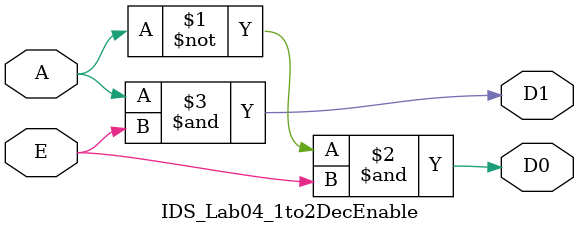
<source format=v>
`timescale 1ns / 1ps
module IDS_Lab04_1to2DecEnable(
    input A,
    input E,
    output D0,
    output D1
    );

assign D0 = ~A & E;
assign D1 = A & E;

endmodule

</source>
